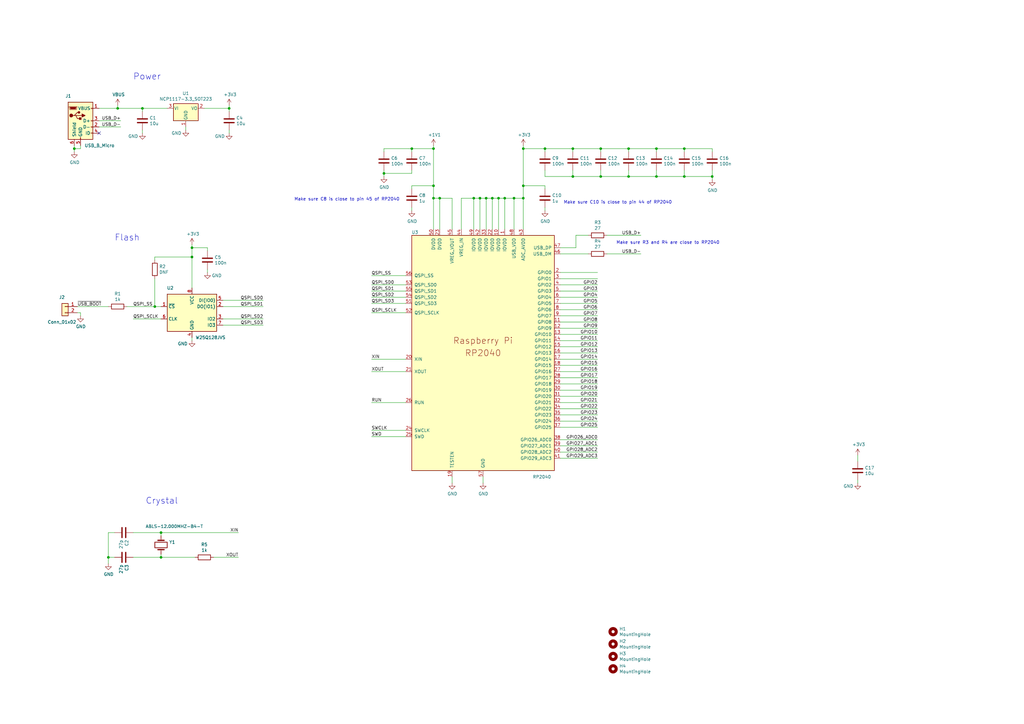
<source format=kicad_sch>
(kicad_sch (version 20211123) (generator eeschema)
  (paper "A3")
  (title_block (title "RP2040 Minimal Design Example") (date "2020-12-18") (rev "REV1") (company "Raspberry Pi (Trading) Ltd"))
  (lib_symbols
    (symbol "Connector_Generic:Conn_01x02" (pin_names (offset 1.016) hide)
      (property "Reference" "J" (at 0 2.54 0))
      (property "Value" "Conn_01x02" (at 0 -5.08 0))
      (symbol "Conn_01x02_1_1"
        (rectangle (start -1.27 -2.413) (end 0 -2.667) (stroke (width 0.1524)))
        (rectangle (start -1.27 0.127) (end 0 -0.127) (stroke (width 0.1524)))
        (rectangle (start -1.27 1.27) (end 1.27 -3.81) (stroke (width 0.254)) (fill (type background)))
        (pin passive line (at -5.08 0 0) (length 3.81) (name "Pin_1") (number "1"))
        (pin passive line (at -5.08 -2.54 0) (length 3.81) (name "Pin_2") (number "2"))
      )
    )
    (symbol "Device:C" (pin_numbers hide) (pin_names (offset 0.254))
      (property "Reference" "C" (at 0.635 2.54 0))
      (property "Value" "C" (at 0.635 -2.54 0))
      (symbol "C_0_1"
        (polyline (pts (xy -2.032 -0.762) (xy 2.032 -0.762)) (stroke (width 0.508)))
        (polyline (pts (xy -2.032 0.762) (xy 2.032 0.762)) (stroke (width 0.508)))
      )
      (symbol "C_1_1"
        (pin passive line (at 0 3.81 270) (length 2.794) (name "~") (number "1"))
        (pin passive line (at 0 -3.81 90) (length 2.794) (name "~") (number "2"))
      )
    )
    (symbol "Device:Crystal" (pin_numbers hide) (pin_names (offset 1.016) hide)
      (property "Reference" "Y" (at 0 3.81 0))
      (property "Value" "Crystal" (at 0 -3.81 0))
      (symbol "Crystal_0_1"
        (rectangle (start -1.143 2.54) (end 1.143 -2.54) (stroke (width 0.3048)))
        (polyline (pts (xy -2.54 0) (xy -1.905 0)))
        (polyline (pts (xy -1.905 -1.27) (xy -1.905 1.27)) (stroke (width 0.508)))
        (polyline (pts (xy 1.905 -1.27) (xy 1.905 1.27)) (stroke (width 0.508)))
        (polyline (pts (xy 2.54 0) (xy 1.905 0)))
      )
      (symbol "Crystal_1_1"
        (pin passive line (at -3.81 0 0) (length 1.27) (name "1") (number "1"))
        (pin passive line (at 3.81 0 180) (length 1.27) (name "2") (number "2"))
      )
    )
    (symbol "Device:R" (pin_numbers hide) (pin_names (offset 0))
      (property "Reference" "R" (at 2.032 0 90))
      (property "Value" "R" (at 0 0 90))
      (symbol "R_0_1"
        (rectangle (start -1.016 -2.54) (end 1.016 2.54) (stroke (width 0.254)))
      )
      (symbol "R_1_1"
        (pin passive line (at 0 3.81 270) (length 1.27) (name "~") (number "1"))
        (pin passive line (at 0 -3.81 90) (length 1.27) (name "~") (number "2"))
      )
    )
    (symbol "Mechanical:MountingHole" (pin_names (offset 1.016))
      (property "Reference" "H" (at 0 5.08 0))
      (property "Value" "MountingHole" (at 0 3.175 0))
      (symbol "MountingHole_0_1"
        (circle (center 0 0) (radius 1.27) (stroke (width 1.27)))
      )
    )
    (symbol "Memory_Flash:W25Q128JVS"
      (property "Reference" "U" (at -8.89 8.89 0))
      (property "Value" "W25Q128JVS" (at 7.62 8.89 0))
      (symbol "W25Q128JVS_0_1"
        (rectangle (start -10.16 7.62) (end 10.16 -7.62) (stroke (width 0.254)) (fill (type background)))
      )
      (symbol "W25Q128JVS_1_1"
        (pin input line (at -12.7 2.54 0) (length 2.54) (name "~{CS}") (number "1"))
        (pin bidirectional line (at 12.7 2.54 180) (length 2.54) (name "DO(IO1)") (number "2"))
        (pin bidirectional line (at 12.7 -2.54 180) (length 2.54) (name "IO2") (number "3"))
        (pin power_in line (at 0 -10.16 90) (length 2.54) (name "GND") (number "4"))
        (pin bidirectional line (at 12.7 5.08 180) (length 2.54) (name "DI(IO0)") (number "5"))
        (pin input line (at -12.7 -2.54 0) (length 2.54) (name "CLK") (number "6"))
        (pin bidirectional line (at 12.7 -5.08 180) (length 2.54) (name "IO3") (number "7"))
        (pin power_in line (at 0 10.16 270) (length 2.54) (name "VCC") (number "8"))
      )
    )
    (symbol "RP2040_minimal-rescue:RP2040-MCU_RaspberryPi_RP2040" (pin_names (offset 1.016))
      (property "Reference" "U" (at -29.21 49.53 0))
      (property "Value" "RP2040-MCU_RaspberryPi_RP2040" (at 24.13 -49.53 0))
      (symbol "RP2040-MCU_RaspberryPi_RP2040_0_0"
        (text "Raspberry Pi" (at 0 5.08 0) (effects (font (size 2.54 2.54))))
        (text "RP2040" (at 0 0 0) (effects (font (size 2.54 2.54))))
      )
      (symbol "RP2040-MCU_RaspberryPi_RP2040_0_1"
        (rectangle (start 29.21 48.26) (end -29.21 -48.26) (stroke (width 0.254)) (fill (type background)))
      )
      (symbol "RP2040-MCU_RaspberryPi_RP2040_1_1"
        (pin power_in line (at 8.89 50.8 270) (length 2.54) (name "IOVDD") (number "1"))
        (pin power_in line (at 6.35 50.8 270) (length 2.54) (name "IOVDD") (number "10"))
        (pin bidirectional line (at 31.75 12.7 180) (length 2.54) (name "GPIO8") (number "11"))
        (pin bidirectional line (at 31.75 10.16 180) (length 2.54) (name "GPIO9") (number "12"))
        (pin bidirectional line (at 31.75 7.62 180) (length 2.54) (name "GPIO10") (number "13"))
        (pin bidirectional line (at 31.75 5.08 180) (length 2.54) (name "GPIO11") (number "14"))
        (pin bidirectional line (at 31.75 2.54 180) (length 2.54) (name "GPIO12") (number "15"))
        (pin bidirectional line (at 31.75 0 180) (length 2.54) (name "GPIO13") (number "16"))
        (pin bidirectional line (at 31.75 -2.54 180) (length 2.54) (name "GPIO14") (number "17"))
        (pin bidirectional line (at 31.75 -5.08 180) (length 2.54) (name "GPIO15") (number "18"))
        (pin passive line (at -12.7 -50.8 90) (length 2.54) (name "TESTEN") (number "19"))
        (pin bidirectional line (at 31.75 33.02 180) (length 2.54) (name "GPIO0") (number "2"))
        (pin input line (at -31.75 -2.54 0) (length 2.54) (name "XIN") (number "20"))
        (pin passive line (at -31.75 -7.62 0) (length 2.54) (name "XOUT") (number "21"))
        (pin power_in line (at 3.81 50.8 270) (length 2.54) (name "IOVDD") (number "22"))
        (pin power_in line (at -17.78 50.8 270) (length 2.54) (name "DVDD") (number "23"))
        (pin output line (at -31.75 -31.75 0) (length 2.54) (name "SWCLK") (number "24"))
        (pin bidirectional line (at -31.75 -34.29 0) (length 2.54) (name "SWD") (number "25"))
        (pin input line (at -31.75 -20.32 0) (length 2.54) (name "RUN") (number "26"))
        (pin bidirectional line (at 31.75 -7.62 180) (length 2.54) (name "GPIO16") (number "27"))
        (pin bidirectional line (at 31.75 -10.16 180) (length 2.54) (name "GPIO17") (number "28"))
        (pin bidirectional line (at 31.75 -12.7 180) (length 2.54) (name "GPIO18") (number "29"))
        (pin bidirectional line (at 31.75 30.48 180) (length 2.54) (name "GPIO1") (number "3"))
        (pin bidirectional line (at 31.75 -15.24 180) (length 2.54) (name "GPIO19") (number "30"))
        (pin bidirectional line (at 31.75 -17.78 180) (length 2.54) (name "GPIO20") (number "31"))
        (pin bidirectional line (at 31.75 -20.32 180) (length 2.54) (name "GPIO21") (number "32"))
        (pin power_in line (at 1.27 50.8 270) (length 2.54) (name "IOVDD") (number "33"))
        (pin bidirectional line (at 31.75 -22.86 180) (length 2.54) (name "GPIO22") (number "34"))
        (pin bidirectional line (at 31.75 -25.4 180) (length 2.54) (name "GPIO23") (number "35"))
        (pin bidirectional line (at 31.75 -27.94 180) (length 2.54) (name "GPIO24") (number "36"))
        (pin bidirectional line (at 31.75 -30.48 180) (length 2.54) (name "GPIO25") (number "37"))
        (pin bidirectional line (at 31.75 -35.56 180) (length 2.54) (name "GPIO26_ADC0") (number "38"))
        (pin bidirectional line (at 31.75 -38.1 180) (length 2.54) (name "GPIO27_ADC1") (number "39"))
        (pin bidirectional line (at 31.75 27.94 180) (length 2.54) (name "GPIO2") (number "4"))
        (pin bidirectional line (at 31.75 -40.64 180) (length 2.54) (name "GPIO28_ADC2") (number "40"))
        (pin bidirectional line (at 31.75 -43.18 180) (length 2.54) (name "GPIO29_ADC3") (number "41"))
        (pin power_in line (at -1.27 50.8 270) (length 2.54) (name "IOVDD") (number "42"))
        (pin power_in line (at 16.51 50.8 270) (length 2.54) (name "ADC_AVDD") (number "43"))
        (pin power_in line (at -8.89 50.8 270) (length 2.54) (name "VREG_IN") (number "44"))
        (pin power_out line (at -12.7 50.8 270) (length 2.54) (name "VREG_VOUT") (number "45"))
        (pin bidirectional line (at 31.75 40.64 180) (length 2.54) (name "USB_DM") (number "46"))
        (pin bidirectional line (at 31.75 43.18 180) (length 2.54) (name "USB_DP") (number "47"))
        (pin power_in line (at 12.7 50.8 270) (length 2.54) (name "USB_VDD") (number "48"))
        (pin power_in line (at -3.81 50.8 270) (length 2.54) (name "IOVDD") (number "49"))
        (pin bidirectional line (at 31.75 25.4 180) (length 2.54) (name "GPIO3") (number "5"))
        (pin power_in line (at -20.32 50.8 270) (length 2.54) (name "DVDD") (number "50"))
        (pin bidirectional line (at -31.75 20.32 0) (length 2.54) (name "QSPI_SD3") (number "51"))
        (pin output line (at -31.75 16.51 0) (length 2.54) (name "QSPI_SCLK") (number "52"))
        (pin bidirectional line (at -31.75 27.94 0) (length 2.54) (name "QSPI_SD0") (number "53"))
        (pin bidirectional line (at -31.75 22.86 0) (length 2.54) (name "QSPI_SD2") (number "54"))
        (pin bidirectional line (at -31.75 25.4 0) (length 2.54) (name "QSPI_SD1") (number "55"))
        (pin bidirectional line (at -31.75 31.75 0) (length 2.54) (name "QSPI_SS") (number "56"))
        (pin power_in line (at 0 -50.8 90) (length 2.54) (name "GND") (number "57"))
        (pin bidirectional line (at 31.75 22.86 180) (length 2.54) (name "GPIO4") (number "6"))
        (pin bidirectional line (at 31.75 20.32 180) (length 2.54) (name "GPIO5") (number "7"))
        (pin bidirectional line (at 31.75 17.78 180) (length 2.54) (name "GPIO6") (number "8"))
        (pin bidirectional line (at 31.75 15.24 180) (length 2.54) (name "GPIO7") (number "9"))
      )
    )
    (symbol "RP2040_minimal-rescue:USB_B_Micro-Connector" (pin_names (offset 1.016))
      (property "Reference" "J" (at -5.08 11.43 0))
      (property "Value" "USB_B_Micro-Connector" (at -5.08 8.89 0))
      (symbol "USB_B_Micro-Connector_0_1"
        (rectangle (start -5.08 -7.62) (end 5.08 7.62) (stroke (width 0.254)) (fill (type background)))
        (circle (center -3.81 2.159) (radius 0.635) (stroke (width 0.254)) (fill (type outline)))
        (circle (center -0.635 3.429) (radius 0.381) (stroke (width 0.254)) (fill (type outline)))
        (rectangle (start -0.127 -7.62) (end 0.127 -6.858))
        (polyline (pts (xy -1.905 2.159) (xy 0.635 2.159)) (stroke (width 0.254)))
        (polyline (pts (xy -3.175 2.159) (xy -2.54 2.159) (xy -1.27 3.429) (xy -0.635 3.429)) (stroke (width 0.254)))
        (polyline (pts (xy -2.54 2.159) (xy -1.905 2.159) (xy -1.27 0.889) (xy 0 0.889)) (stroke (width 0.254)))
        (polyline (pts (xy 0.635 2.794) (xy 0.635 1.524) (xy 1.905 2.159) (xy 0.635 2.794)) (stroke (width 0.254)) (fill (type outline)))
        (polyline (pts (xy -4.318 5.588) (xy -1.778 5.588) (xy -2.032 4.826) (xy -4.064 4.826) (xy -4.318 5.588)) (fill (type outline)))
        (polyline (pts (xy -4.699 5.842) (xy -4.699 5.588) (xy -4.445 4.826) (xy -4.445 4.572) (xy -1.651 4.572) (xy -1.651 4.826) (xy -1.397 5.588) (xy -1.397 5.842) (xy -4.699 5.842)))
        (rectangle (start 0.254 1.27) (end -0.508 0.508) (stroke (width 0.254)) (fill (type outline)))
        (rectangle (start 5.08 -5.207) (end 4.318 -4.953))
        (rectangle (start 5.08 -2.667) (end 4.318 -2.413))
        (rectangle (start 5.08 -0.127) (end 4.318 0.127))
        (rectangle (start 5.08 4.953) (end 4.318 5.207))
      )
      (symbol "USB_B_Micro-Connector_1_1"
        (pin power_out line (at 7.62 5.08 180) (length 2.54) (name "VBUS") (number "1"))
        (pin passive line (at 7.62 -2.54 180) (length 2.54) (name "D-") (number "2"))
        (pin passive line (at 7.62 0 180) (length 2.54) (name "D+") (number "3"))
        (pin passive line (at 7.62 -5.08 180) (length 2.54) (name "ID") (number "4"))
        (pin power_out line (at 0 -10.16 90) (length 2.54) (name "GND") (number "5"))
        (pin passive line (at -2.54 -10.16 90) (length 2.54) (name "Shield") (number "6"))
      )
    )
    (symbol "Regulator_Linear:NCP1117-3.3_SOT223" (pin_names (offset 0.254))
      (property "Reference" "U" (at -3.81 3.175 0))
      (property "Value" "NCP1117-3.3_SOT223" (at 0 3.175 0))
      (symbol "NCP1117-3.3_SOT223_0_1"
        (rectangle (start -5.08 -5.08) (end 5.08 1.905) (stroke (width 0.254)) (fill (type background)))
      )
      (symbol "NCP1117-3.3_SOT223_1_1"
        (pin power_in line (at 0 -7.62 90) (length 2.54) (name "GND") (number "1"))
        (pin power_out line (at 7.62 0 180) (length 2.54) (name "VO") (number "2"))
        (pin power_in line (at -7.62 0 0) (length 2.54) (name "VI") (number "3"))
      )
    )
    (symbol "power:+1V1" (power) (pin_names (offset 0))
      (property "Value" "+1V1" (at 0 3.556 0))
      (symbol "+1V1_0_1"
        (polyline (pts (xy -0.762 1.27) (xy 0 2.54)))
        (polyline (pts (xy 0 0) (xy 0 2.54)))
        (polyline (pts (xy 0 2.54) (xy 0.762 1.27)))
      )
      (symbol "+1V1_1_1"
        (pin power_in line (at 0 0 90) (length 0) hide (name "+1V1") (number "1"))
      )
    )
    (symbol "power:+3V3" (power) (pin_names (offset 0))
      (property "Value" "+3V3" (at 0 3.556 0))
      (symbol "+3V3_0_1"
        (polyline (pts (xy -0.762 1.27) (xy 0 2.54)))
        (polyline (pts (xy 0 0) (xy 0 2.54)))
        (polyline (pts (xy 0 2.54) (xy 0.762 1.27)))
      )
      (symbol "+3V3_1_1"
        (pin power_in line (at 0 0 90) (length 0) hide (name "+3V3") (number "1"))
      )
    )
    (symbol "power:GND" (power) (pin_names (offset 0))
      (property "Value" "GND" (at 0 -3.81 0))
      (symbol "GND_0_1"
        (polyline (pts (xy 0 0) (xy 0 -1.27) (xy 1.27 -1.27) (xy 0 -2.54) (xy -1.27 -1.27) (xy 0 -1.27)))
      )
      (symbol "GND_1_1"
        (pin power_in line (at 0 0 270) (length 0) hide (name "GND") (number "1"))
      )
    )
    (symbol "power:VBUS" (power) (pin_names (offset 0))
      (property "Value" "VBUS" (at 0 3.81 0))
      (symbol "VBUS_0_1"
        (polyline (pts (xy -0.762 1.27) (xy 0 2.54)))
        (polyline (pts (xy 0 0) (xy 0 2.54)))
        (polyline (pts (xy 0 2.54) (xy 0.762 1.27)))
      )
      (symbol "VBUS_1_1"
        (pin power_in line (at 0 0 90) (length 0) hide (name "VBUS") (number "1"))
      )
    )
  )
  (junction (at 269.24 60.96))
  (junction (at 58.42 44.45))
  (junction (at 44.45 228.6))
  (junction (at 204.47 81.28))
  (junction (at 257.81 72.39))
  (junction (at 63.5 125.73))
  (junction (at 194.31 81.28))
  (junction (at 214.63 81.28))
  (junction (at 177.8 76.2))
  (junction (at 78.74 105.41))
  (junction (at 93.98 44.45))
  (junction (at 246.38 72.39))
  (junction (at 177.8 60.96))
  (junction (at 66.04 218.44))
  (junction (at 269.24 72.39))
  (junction (at 234.95 72.39))
  (junction (at 207.01 81.28))
  (junction (at 78.74 101.6))
  (junction (at 214.63 76.2))
  (junction (at 234.95 60.96))
  (junction (at 180.34 81.28))
  (junction (at 280.67 72.39))
  (junction (at 199.39 81.28))
  (junction (at 201.93 81.28))
  (junction (at 257.81 60.96))
  (junction (at 177.8 81.28))
  (junction (at 196.85 81.28))
  (junction (at 223.52 60.96))
  (junction (at 214.63 60.96))
  (junction (at 280.67 60.96))
  (junction (at 66.04 228.6))
  (junction (at 48.26 44.45))
  (junction (at 292.1 72.39))
  (junction (at 157.48 71.12))
  (junction (at 30.48 60.96))
  (junction (at 246.38 60.96))
  (junction (at 168.91 60.96))
  (junction (at 210.82 81.28))
  (no_connect (at 40.64 54.61))
  (wire (pts (xy 269.24 72.39) (xy 257.81 72.39)))
  (wire (pts (xy 223.52 62.23) (xy 223.52 60.96)))
  (wire (pts (xy 166.37 128.27) (xy 152.4 128.27)))
  (wire (pts (xy 229.87 170.18) (xy 245.11 170.18)))
  (wire (pts (xy 229.87 104.14) (xy 241.3 104.14)))
  (wire (pts (xy 229.87 144.78) (xy 245.11 144.78)))
  (wire (pts (xy 31.75 128.27) (xy 33.02 128.27)))
  (wire (pts (xy 236.22 96.52) (xy 241.3 96.52)))
  (wire (pts (xy 85.09 101.6) (xy 78.74 101.6)))
  (wire (pts (xy 63.5 125.73) (xy 66.04 125.73)))
  (wire (pts (xy 257.81 69.85) (xy 257.81 72.39)))
  (wire (pts (xy 236.22 96.52) (xy 236.22 101.6)))
  (wire (pts (xy 168.91 60.96) (xy 177.8 60.96)))
  (wire (pts (xy 204.47 81.28) (xy 207.01 81.28)))
  (wire (pts (xy 214.63 76.2) (xy 223.52 76.2)))
  (wire (pts (xy 44.45 218.44) (xy 44.45 228.6)))
  (wire (pts (xy 234.95 69.85) (xy 234.95 72.39)))
  (wire (pts (xy 229.87 147.32) (xy 245.11 147.32)))
  (wire (pts (xy 63.5 105.41) (xy 78.74 105.41)))
  (wire (pts (xy 85.09 102.87) (xy 85.09 101.6)))
  (wire (pts (xy 196.85 93.98) (xy 196.85 81.28)))
  (wire (pts (xy 152.4 121.92) (xy 166.37 121.92)))
  (wire (pts (xy 157.48 62.23) (xy 157.48 60.96)))
  (wire (pts (xy 30.48 60.96) (xy 30.48 62.23)))
  (wire (pts (xy 166.37 152.4) (xy 152.4 152.4)))
  (wire (pts (xy 66.04 227.33) (xy 66.04 228.6)))
  (wire (pts (xy 280.67 60.96) (xy 292.1 60.96)))
  (wire (pts (xy 189.23 93.98) (xy 189.23 81.28)))
  (wire (pts (xy 166.37 176.53) (xy 152.4 176.53)))
  (wire (pts (xy 78.74 138.43) (xy 78.74 139.7)))
  (wire (pts (xy 168.91 77.47) (xy 168.91 76.2)))
  (wire (pts (xy 207.01 81.28) (xy 210.82 81.28)))
  (wire (pts (xy 229.87 160.02) (xy 245.11 160.02)))
  (wire (pts (xy 63.5 106.68) (xy 63.5 105.41)))
  (wire (pts (xy 229.87 124.46) (xy 245.11 124.46)))
  (wire (pts (xy 269.24 60.96) (xy 280.67 60.96)))
  (wire (pts (xy 46.99 218.44) (xy 44.45 218.44)))
  (wire (pts (xy 91.44 123.19) (xy 107.95 123.19)))
  (wire (pts (xy 207.01 81.28) (xy 207.01 93.98)))
  (wire (pts (xy 68.58 44.45) (xy 58.42 44.45)))
  (wire (pts (xy 229.87 172.72) (xy 245.11 172.72)))
  (wire (pts (xy 58.42 45.72) (xy 58.42 44.45)))
  (wire (pts (xy 229.87 182.88) (xy 245.11 182.88)))
  (wire (pts (xy 93.98 45.72) (xy 93.98 44.45)))
  (wire (pts (xy 91.44 133.35) (xy 107.95 133.35)))
  (wire (pts (xy 229.87 132.08) (xy 245.11 132.08)))
  (wire (pts (xy 229.87 167.64) (xy 245.11 167.64)))
  (wire (pts (xy 157.48 71.12) (xy 168.91 71.12)))
  (wire (pts (xy 210.82 81.28) (xy 214.63 81.28)))
  (wire (pts (xy 180.34 81.28) (xy 177.8 81.28)))
  (wire (pts (xy 214.63 59.69) (xy 214.63 60.96)))
  (wire (pts (xy 66.04 218.44) (xy 97.79 218.44)))
  (wire (pts (xy 229.87 149.86) (xy 245.11 149.86)))
  (wire (pts (xy 280.67 62.23) (xy 280.67 60.96)))
  (wire (pts (xy 166.37 113.03) (xy 152.4 113.03)))
  (wire (pts (xy 246.38 69.85) (xy 246.38 72.39)))
  (wire (pts (xy 229.87 162.56) (xy 245.11 162.56)))
  (wire (pts (xy 257.81 72.39) (xy 246.38 72.39)))
  (wire (pts (xy 93.98 53.34) (xy 93.98 54.61)))
  (wire (pts (xy 33.02 59.69) (xy 33.02 60.96)))
  (wire (pts (xy 44.45 125.73) (xy 31.75 125.73)))
  (wire (pts (xy 280.67 69.85) (xy 280.67 72.39)))
  (wire (pts (xy 166.37 165.1) (xy 152.4 165.1)))
  (wire (pts (xy 214.63 81.28) (xy 214.63 93.98)))
  (wire (pts (xy 229.87 137.16) (xy 245.11 137.16)))
  (wire (pts (xy 204.47 93.98) (xy 204.47 81.28)))
  (wire (pts (xy 229.87 129.54) (xy 245.11 129.54)))
  (wire (pts (xy 168.91 85.09) (xy 168.91 86.36)))
  (wire (pts (xy 229.87 119.38) (xy 245.11 119.38)))
  (wire (pts (xy 157.48 69.85) (xy 157.48 71.12)))
  (wire (pts (xy 229.87 165.1) (xy 245.11 165.1)))
  (wire (pts (xy 40.64 49.53) (xy 49.53 49.53)))
  (wire (pts (xy 40.64 44.45) (xy 48.26 44.45)))
  (wire (pts (xy 292.1 69.85) (xy 292.1 72.39)))
  (wire (pts (xy 214.63 60.96) (xy 223.52 60.96)))
  (wire (pts (xy 201.93 81.28) (xy 204.47 81.28)))
  (wire (pts (xy 234.95 60.96) (xy 246.38 60.96)))
  (wire (pts (xy 152.4 116.84) (xy 166.37 116.84)))
  (wire (pts (xy 78.74 105.41) (xy 78.74 118.11)))
  (wire (pts (xy 87.63 228.6) (xy 97.79 228.6)))
  (wire (pts (xy 223.52 69.85) (xy 223.52 72.39)))
  (wire (pts (xy 63.5 114.3) (xy 63.5 125.73)))
  (wire (pts (xy 152.4 147.32) (xy 166.37 147.32)))
  (wire (pts (xy 76.2 52.07) (xy 76.2 53.34)))
  (wire (pts (xy 246.38 62.23) (xy 246.38 60.96)))
  (wire (pts (xy 33.02 128.27) (xy 33.02 129.54)))
  (wire (pts (xy 157.48 71.12) (xy 157.48 72.39)))
  (wire (pts (xy 199.39 93.98) (xy 199.39 81.28)))
  (wire (pts (xy 152.4 124.46) (xy 166.37 124.46)))
  (wire (pts (xy 229.87 121.92) (xy 245.11 121.92)))
  (wire (pts (xy 189.23 81.28) (xy 194.31 81.28)))
  (wire (pts (xy 196.85 81.28) (xy 199.39 81.28)))
  (wire (pts (xy 185.42 195.58) (xy 185.42 198.12)))
  (wire (pts (xy 199.39 81.28) (xy 201.93 81.28)))
  (wire (pts (xy 78.74 101.6) (xy 78.74 105.41)))
  (wire (pts (xy 198.12 195.58) (xy 198.12 198.12)))
  (wire (pts (xy 177.8 59.69) (xy 177.8 60.96)))
  (wire (pts (xy 185.42 81.28) (xy 180.34 81.28)))
  (wire (pts (xy 234.95 62.23) (xy 234.95 60.96)))
  (wire (pts (xy 83.82 44.45) (xy 93.98 44.45)))
  (wire (pts (xy 54.61 130.81) (xy 66.04 130.81)))
  (wire (pts (xy 280.67 72.39) (xy 269.24 72.39)))
  (wire (pts (xy 248.92 96.52) (xy 262.89 96.52)))
  (wire (pts (xy 257.81 62.23) (xy 257.81 60.96)))
  (wire (pts (xy 93.98 44.45) (xy 93.98 43.18)))
  (wire (pts (xy 210.82 93.98) (xy 210.82 81.28)))
  (wire (pts (xy 30.48 59.69) (xy 30.48 60.96)))
  (wire (pts (xy 168.91 76.2) (xy 177.8 76.2)))
  (wire (pts (xy 168.91 62.23) (xy 168.91 60.96)))
  (wire (pts (xy 78.74 100.33) (xy 78.74 101.6)))
  (wire (pts (xy 223.52 77.47) (xy 223.52 76.2)))
  (wire (pts (xy 229.87 175.26) (xy 245.11 175.26)))
  (wire (pts (xy 229.87 157.48) (xy 245.11 157.48)))
  (wire (pts (xy 166.37 179.07) (xy 152.4 179.07)))
  (wire (pts (xy 292.1 62.23) (xy 292.1 60.96)))
  (wire (pts (xy 229.87 116.84) (xy 245.11 116.84)))
  (wire (pts (xy 48.26 44.45) (xy 58.42 44.45)))
  (wire (pts (xy 229.87 154.94) (xy 245.11 154.94)))
  (wire (pts (xy 292.1 72.39) (xy 292.1 73.66)))
  (wire (pts (xy 229.87 152.4) (xy 245.11 152.4)))
  (wire (pts (xy 177.8 81.28) (xy 177.8 93.98)))
  (wire (pts (xy 54.61 218.44) (xy 66.04 218.44)))
  (wire (pts (xy 229.87 187.96) (xy 245.11 187.96)))
  (wire (pts (xy 280.67 72.39) (xy 292.1 72.39)))
  (wire (pts (xy 246.38 60.96) (xy 257.81 60.96)))
  (wire (pts (xy 85.09 110.49) (xy 85.09 111.76)))
  (wire (pts (xy 54.61 228.6) (xy 66.04 228.6)))
  (wire (pts (xy 168.91 71.12) (xy 168.91 69.85)))
  (wire (pts (xy 194.31 93.98) (xy 194.31 81.28)))
  (wire (pts (xy 229.87 114.3) (xy 245.11 114.3)))
  (wire (pts (xy 66.04 228.6) (xy 80.01 228.6)))
  (wire (pts (xy 248.92 104.14) (xy 262.89 104.14)))
  (wire (pts (xy 229.87 101.6) (xy 236.22 101.6)))
  (wire (pts (xy 177.8 60.96) (xy 177.8 76.2)))
  (wire (pts (xy 201.93 93.98) (xy 201.93 81.28)))
  (wire (pts (xy 194.31 81.28) (xy 196.85 81.28)))
  (wire (pts (xy 214.63 60.96) (xy 214.63 76.2)))
  (wire (pts (xy 257.81 60.96) (xy 269.24 60.96)))
  (wire (pts (xy 229.87 127) (xy 245.11 127)))
  (wire (pts (xy 229.87 185.42) (xy 245.11 185.42)))
  (wire (pts (xy 229.87 134.62) (xy 245.11 134.62)))
  (wire (pts (xy 229.87 139.7) (xy 245.11 139.7)))
  (wire (pts (xy 48.26 43.18) (xy 48.26 44.45)))
  (wire (pts (xy 246.38 72.39) (xy 234.95 72.39)))
  (wire (pts (xy 229.87 180.34) (xy 245.11 180.34)))
  (wire (pts (xy 180.34 93.98) (xy 180.34 81.28)))
  (wire (pts (xy 269.24 62.23) (xy 269.24 60.96)))
  (wire (pts (xy 46.99 228.6) (xy 44.45 228.6)))
  (wire (pts (xy 44.45 228.6) (xy 44.45 231.14)))
  (wire (pts (xy 214.63 76.2) (xy 214.63 81.28)))
  (wire (pts (xy 229.87 142.24) (xy 245.11 142.24)))
  (wire (pts (xy 66.04 219.71) (xy 66.04 218.44)))
  (wire (pts (xy 229.87 111.76) (xy 245.11 111.76)))
  (wire (pts (xy 33.02 60.96) (xy 30.48 60.96)))
  (wire (pts (xy 234.95 72.39) (xy 223.52 72.39)))
  (wire (pts (xy 152.4 119.38) (xy 166.37 119.38)))
  (wire (pts (xy 40.64 52.07) (xy 49.53 52.07)))
  (wire (pts (xy 58.42 53.34) (xy 58.42 54.61)))
  (wire (pts (xy 223.52 60.96) (xy 234.95 60.96)))
  (wire (pts (xy 52.07 125.73) (xy 63.5 125.73)))
  (wire (pts (xy 157.48 60.96) (xy 168.91 60.96)))
  (wire (pts (xy 351.79 196.85) (xy 351.79 198.12)))
  (wire (pts (xy 351.79 186.69) (xy 351.79 189.23)))
  (wire (pts (xy 91.44 125.73) (xy 107.95 125.73)))
  (wire (pts (xy 177.8 76.2) (xy 177.8 81.28)))
  (wire (pts (xy 185.42 93.98) (xy 185.42 81.28)))
  (wire (pts (xy 91.44 130.81) (xy 107.95 130.81)))
  (wire (pts (xy 223.52 85.09) (xy 223.52 86.36)))
  (wire (pts (xy 269.24 69.85) (xy 269.24 72.39)))
  (text "Flash" (at 46.99 99.06 0) (effects (font (size 2.54 2.54)) (justify left bottom)))
  (text "Make sure C10 is close to pin 44 of RP2040" (at 231.14 83.82 0) (effects (font (size 1.27 1.27)) (justify left bottom)))
  (text "Make sure R3 and R4 are close to RP2040" (at 252.73 100.33 0) (effects (font (size 1.27 1.27)) (justify left bottom)))
  (text "Crystal" (at 59.69 207.01 0) (effects (font (size 2.54 2.54)) (justify left bottom)))
  (text "Power" (at 54.61 33.02 0) (effects (font (size 2.54 2.54)) (justify left bottom)))
  (text "Make sure C8 is close to pin 45 of RP2040" (at 120.65 82.55 0) (effects (font (size 1.27 1.27)) (justify left bottom)))
  (label "GPIO28_ADC2" (at 245.11 185.42 180))
  (label "GPIO5" (at 245.11 124.46 180))
  (label "QSPI_SD1" (at 152.4 119.38 0))
  (label "GPIO27_ADC1" (at 245.11 182.88 180))
  (label "SWCLK" (at 152.4 176.53 0))
  (label "GPIO22" (at 245.11 167.64 180))
  (label "GPIO17" (at 245.11 154.94 180))
  (label "SWD" (at 152.4 179.07 0))
  (label "GPIO4" (at 245.11 121.92 180))
  (label "GPIO11" (at 245.11 139.7 180))
  (label "GPIO3" (at 245.11 119.38 180))
  (label "GPIO29_ADC3" (at 245.11 187.96 180))
  (label "QSPI_SS" (at 54.61 125.73 0))
  (label "QSPI_SD0" (at 152.4 116.84 0))
  (label "GPIO23" (at 245.11 170.18 180))
  (label "GPIO21" (at 245.11 165.1 180))
  (label "QSPI_SD3" (at 107.95 133.35 180))
  (label "QSPI_SCLK" (at 54.61 130.81 0))
  (label "GPIO24" (at 245.11 172.72 180))
  (label "~{USB_BOOT}" (at 31.75 125.73 0))
  (label "GPIO8" (at 245.11 132.08 180))
  (label "GPIO26_ADC0" (at 245.11 180.34 180))
  (label "QSPI_SD1" (at 107.95 125.73 180))
  (label "GPIO20" (at 245.11 162.56 180))
  (label "GPIO18" (at 245.11 157.48 180))
  (label "GPIO15" (at 245.11 149.86 180))
  (label "USB_D+" (at 262.89 96.52 180))
  (label "RUN" (at 152.4 165.1 0))
  (label "GPIO14" (at 245.11 147.32 180))
  (label "XOUT" (at 97.79 228.6 180))
  (label "GPIO16" (at 245.11 152.4 180))
  (label "XOUT" (at 152.4 152.4 0))
  (label "GPIO10" (at 245.11 137.16 180))
  (label "QSPI_SS" (at 152.4 113.03 0))
  (label "GPIO6" (at 245.11 127 180))
  (label "QSPI_SD0" (at 107.95 123.19 180))
  (label "GPIO12" (at 245.11 142.24 180))
  (label "XIN" (at 97.79 218.44 180))
  (label "XIN" (at 152.4 147.32 0))
  (label "USB_D-" (at 49.53 52.07 180))
  (label "GPIO9" (at 245.11 134.62 180))
  (label "QSPI_SD3" (at 152.4 124.46 0))
  (label "QSPI_SCLK" (at 152.4 128.27 0))
  (label "GPIO2" (at 245.11 116.84 180))
  (label "GPIO13" (at 245.11 144.78 180))
  (label "GPIO7" (at 245.11 129.54 180))
  (label "QSPI_SD2" (at 107.95 130.81 180))
  (label "GPIO19" (at 245.11 160.02 180))
  (label "GPIO25" (at 245.11 175.26 180))
  (label "USB_D-" (at 262.89 104.14 180))
  (label "USB_D+" (at 49.53 49.53 180))
  (label "QSPI_SD2" (at 152.4 121.92 0))
  (symbol (lib_id "RP2040_minimal-rescue:RP2040-MCU_RaspberryPi_RP2040") (at 198.12 144.78 0) (unit 1)
    (property "Reference" "U3" (at 170.18 95.25 0))
    (property "Value" "RP2040" (at 222.25 195.58 0))
    (property "Footprint" "RP2040_minimal:RP2040-QFN-56" (effects hide))
  )
  (symbol (lib_id "Device:C") (at 50.8 218.44 270) (unit 1)
    (property "Reference" "C2" (at 51.9684 221.361 0) (effects (justify left)))
    (property "Value" "27p" (at 49.657 221.361 0) (effects (justify left)))
    (property "Footprint" "Capacitor_SMD:C_0402_1005Metric" (effects hide))
  )
  (symbol (lib_id "Device:C") (at 50.8 228.6 270) (unit 1)
    (property "Reference" "C3" (at 51.9684 231.521 0) (effects (justify left)))
    (property "Value" "27p" (at 49.657 231.521 0) (effects (justify left)))
    (property "Footprint" "Capacitor_SMD:C_0402_1005Metric" (effects hide))
  )
  (symbol (lib_id "power:GND") (at 44.45 231.14 0) (unit 1)
    (property "Reference" "#PWR06" (effects hide))
    (property "Value" "GND" (at 44.577 235.5342 0))
  )
  (symbol (lib_id "Memory_Flash:W25Q128JVS") (at 78.74 128.27 0) (unit 1)
    (property "Reference" "U2" (at 69.85 118.11 0))
    (property "Value" "W25Q128JVS" (at 86.36 138.43 0))
    (property "Footprint" "Package_SO:SOIC-8_5.23x5.23mm_P1.27mm" (effects hide))
    (property "Datasheet" "http://www.winbond.com/resource-files/w25q128jv_dtr%20revc%2003272018%20plus.pdf" (effects hide))
  )
  (symbol (lib_id "power:+3V3") (at 78.74 100.33 0) (unit 1)
    (property "Reference" "#PWR07" (effects hide))
    (property "Value" "+3V3" (at 79.121 95.9358 0))
  )
  (symbol (lib_id "power:GND") (at 78.74 139.7 0) (unit 1)
    (property "Reference" "#PWR08" (effects hide))
    (property "Value" "GND" (at 74.93 140.97 0))
  )
  (symbol (lib_id "Device:R") (at 63.5 110.49 0) (unit 1)
    (property "Reference" "R2" (at 65.278 109.3216 0) (effects (justify left)))
    (property "Value" "DNF" (at 65.278 111.633 0) (effects (justify left)))
    (property "Footprint" "Capacitor_SMD:C_0402_1005Metric" (effects hide))
  )
  (symbol (lib_id "Device:R") (at 48.26 125.73 270) (unit 1)
    (property "Reference" "R1" (at 48.26 120.4722 90))
    (property "Value" "1k" (at 48.26 122.7836 90))
    (property "Footprint" "Capacitor_SMD:C_0402_1005Metric" (effects hide))
  )
  (symbol (lib_id "Device:C") (at 85.09 106.68 0) (unit 1)
    (property "Reference" "C5" (at 88.011 105.5116 0) (effects (justify left)))
    (property "Value" "100n" (at 88.011 107.823 0) (effects (justify left)))
    (property "Footprint" "Capacitor_SMD:C_0402_1005Metric" (effects hide))
  )
  (symbol (lib_id "power:GND") (at 85.09 111.76 0) (unit 1)
    (property "Reference" "#PWR011" (effects hide))
    (property "Value" "GND" (at 88.9 113.03 0))
  )
  (symbol (lib_id "RP2040_minimal-rescue:USB_B_Micro-Connector") (at 33.02 49.53 0) (unit 1)
    (property "Reference" "J1" (at 29.21 39.37 0) (effects (justify right)))
    (property "Value" "USB_B_Micro" (at 46.99 59.69 0) (effects (justify right)))
    (property "Footprint" "RP2040_minimal:USB_Micro-B_Amphenol_10103594-0001LF_Horizontal_modified" (effects hide))
  )
  (symbol (lib_id "power:GND") (at 198.12 198.12 0) (unit 1)
    (property "Reference" "#PWR016" (effects hide))
    (property "Value" "GND" (at 198.247 202.5142 0))
  )
  (symbol (lib_id "power:GND") (at 185.42 198.12 0) (unit 1)
    (property "Reference" "#PWR015" (effects hide))
    (property "Value" "GND" (at 185.547 202.5142 0))
  )
  (symbol (lib_id "Device:R") (at 245.11 96.52 270) (unit 1)
    (property "Reference" "R3" (at 245.11 91.2622 90))
    (property "Value" "27" (at 245.11 93.5736 90))
    (property "Footprint" "Capacitor_SMD:C_0402_1005Metric" (effects hide))
  )
  (symbol (lib_id "Device:R") (at 245.11 104.14 270) (unit 1)
    (property "Reference" "R4" (at 245.11 98.8822 90))
    (property "Value" "27" (at 245.11 101.1936 90))
    (property "Footprint" "Capacitor_SMD:C_0402_1005Metric" (effects hide))
  )
  (symbol (lib_id "power:GND") (at 30.48 62.23 0) (unit 1)
    (property "Reference" "#PWR01" (effects hide))
    (property "Value" "GND" (at 30.607 66.6242 0))
  )
  (symbol (lib_id "power:+3V3") (at 214.63 59.69 0) (unit 1)
    (property "Reference" "#PWR017" (effects hide))
    (property "Value" "+3V3" (at 215.011 55.2958 0))
  )
  (symbol (lib_id "power:+1V1") (at 177.8 59.69 0) (unit 1)
    (property "Reference" "#PWR014" (effects hide))
    (property "Value" "+1V1" (at 178.181 55.2958 0))
  )
  (symbol (lib_id "Device:C") (at 223.52 66.04 0) (unit 1)
    (property "Reference" "C9" (at 226.441 64.8716 0) (effects (justify left)))
    (property "Value" "100n" (at 226.441 67.183 0) (effects (justify left)))
    (property "Footprint" "Capacitor_SMD:C_0402_1005Metric" (effects hide))
  )
  (symbol (lib_id "Device:C") (at 234.95 66.04 0) (unit 1)
    (property "Reference" "C11" (at 237.871 64.8716 0) (effects (justify left)))
    (property "Value" "100n" (at 237.871 67.183 0) (effects (justify left)))
    (property "Footprint" "Capacitor_SMD:C_0402_1005Metric" (effects hide))
  )
  (symbol (lib_id "Device:C") (at 246.38 66.04 0) (unit 1)
    (property "Reference" "C12" (at 249.301 64.8716 0) (effects (justify left)))
    (property "Value" "100n" (at 249.301 67.183 0) (effects (justify left)))
    (property "Footprint" "Capacitor_SMD:C_0402_1005Metric" (effects hide))
  )
  (symbol (lib_id "Device:C") (at 257.81 66.04 0) (unit 1)
    (property "Reference" "C13" (at 260.731 64.8716 0) (effects (justify left)))
    (property "Value" "100n" (at 260.731 67.183 0) (effects (justify left)))
    (property "Footprint" "Capacitor_SMD:C_0402_1005Metric" (effects hide))
  )
  (symbol (lib_id "Device:C") (at 269.24 66.04 0) (unit 1)
    (property "Reference" "C14" (at 272.161 64.8716 0) (effects (justify left)))
    (property "Value" "100n" (at 272.161 67.183 0) (effects (justify left)))
    (property "Footprint" "Capacitor_SMD:C_0402_1005Metric" (effects hide))
  )
  (symbol (lib_id "Device:C") (at 280.67 66.04 0) (unit 1)
    (property "Reference" "C15" (at 283.591 64.8716 0) (effects (justify left)))
    (property "Value" "100n" (at 283.591 67.183 0) (effects (justify left)))
    (property "Footprint" "Capacitor_SMD:C_0402_1005Metric" (effects hide))
  )
  (symbol (lib_id "Device:C") (at 292.1 66.04 0) (unit 1)
    (property "Reference" "C16" (at 295.021 64.8716 0) (effects (justify left)))
    (property "Value" "100n" (at 295.021 67.183 0) (effects (justify left)))
    (property "Footprint" "Capacitor_SMD:C_0402_1005Metric" (effects hide))
  )
  (symbol (lib_id "Device:C") (at 157.48 66.04 0) (unit 1)
    (property "Reference" "C6" (at 160.401 64.8716 0) (effects (justify left)))
    (property "Value" "100n" (at 160.401 67.183 0) (effects (justify left)))
    (property "Footprint" "Capacitor_SMD:C_0402_1005Metric" (effects hide))
  )
  (symbol (lib_id "Device:C") (at 168.91 66.04 0) (unit 1)
    (property "Reference" "C7" (at 171.831 64.8716 0) (effects (justify left)))
    (property "Value" "100n" (at 171.831 67.183 0) (effects (justify left)))
    (property "Footprint" "Capacitor_SMD:C_0402_1005Metric" (effects hide))
  )
  (symbol (lib_id "Device:C") (at 168.91 81.28 0) (unit 1)
    (property "Reference" "C8" (at 171.831 80.1116 0) (effects (justify left)))
    (property "Value" "1u" (at 171.831 82.423 0) (effects (justify left)))
    (property "Footprint" "Capacitor_SMD:C_0402_1005Metric" (effects hide))
  )
  (symbol (lib_id "Device:C") (at 223.52 81.28 0) (unit 1)
    (property "Reference" "C10" (at 226.441 80.1116 0) (effects (justify left)))
    (property "Value" "1u" (at 226.441 82.423 0) (effects (justify left)))
    (property "Footprint" "Capacitor_SMD:C_0402_1005Metric" (effects hide))
  )
  (symbol (lib_id "Mechanical:MountingHole") (at 251.46 259.08 0) (unit 1)
    (property "Reference" "H1" (at 254 257.9116 0) (effects (justify left)))
    (property "Value" "MountingHole" (at 254 260.223 0) (effects (justify left)))
    (property "Footprint" "MountingHole:MountingHole_2.7mm_M2.5" (effects hide))
  )
  (symbol (lib_id "Mechanical:MountingHole") (at 251.46 264.16 0) (unit 1)
    (property "Reference" "H2" (at 254 262.9916 0) (effects (justify left)))
    (property "Value" "MountingHole" (at 254 265.303 0) (effects (justify left)))
    (property "Footprint" "MountingHole:MountingHole_2.7mm_M2.5" (effects hide))
  )
  (symbol (lib_id "Mechanical:MountingHole") (at 251.46 269.24 0) (unit 1)
    (property "Reference" "H3" (at 254 268.0716 0) (effects (justify left)))
    (property "Value" "MountingHole" (at 254 270.383 0) (effects (justify left)))
    (property "Footprint" "MountingHole:MountingHole_2.7mm_M2.5" (effects hide))
  )
  (symbol (lib_id "Mechanical:MountingHole") (at 251.46 274.32 0) (unit 1)
    (property "Reference" "H4" (at 254 273.1516 0) (effects (justify left)))
    (property "Value" "MountingHole" (at 254 275.463 0) (effects (justify left)))
    (property "Footprint" "MountingHole:MountingHole_2.7mm_M2.5" (effects hide))
  )
  (symbol (lib_id "power:GND") (at 292.1 73.66 0) (unit 1)
    (property "Reference" "#PWR023" (effects hide))
    (property "Value" "GND" (at 292.227 78.0542 0))
  )
  (symbol (lib_id "power:GND") (at 157.48 72.39 0) (unit 1)
    (property "Reference" "#PWR012" (effects hide))
    (property "Value" "GND" (at 157.607 76.7842 0))
  )
  (symbol (lib_id "power:GND") (at 168.91 86.36 0) (unit 1)
    (property "Reference" "#PWR013" (effects hide))
    (property "Value" "GND" (at 169.037 90.7542 0))
  )
  (symbol (lib_id "power:GND") (at 223.52 86.36 0) (unit 1)
    (property "Reference" "#PWR018" (effects hide))
    (property "Value" "GND" (at 223.647 90.7542 0))
  )
  (symbol (lib_id "Regulator_Linear:NCP1117-3.3_SOT223") (at 76.2 44.45 0) (unit 1)
    (property "Reference" "U1" (at 76.2 38.3032 0))
    (property "Value" "NCP1117-3.3_SOT223" (at 76.2 40.6146 0))
    (property "Footprint" "Package_TO_SOT_SMD:SOT-223-3_TabPin2" (effects hide))
    (property "Datasheet" "http://www.onsemi.com/pub_link/Collateral/NCP1117-D.PDF" (effects hide))
  )
  (symbol (lib_id "power:VBUS") (at 48.26 43.18 0) (unit 1)
    (property "Reference" "#PWR03" (effects hide))
    (property "Value" "VBUS" (at 48.641 38.7858 0))
  )
  (symbol (lib_id "power:GND") (at 76.2 53.34 0) (unit 1)
    (property "Reference" "#PWR05" (effects hide))
    (property "Value" "GND" (at 72.39 54.61 0))
  )
  (symbol (lib_id "power:+3V3") (at 93.98 43.18 0) (unit 1)
    (property "Reference" "#PWR09" (effects hide))
    (property "Value" "+3V3" (at 94.361 38.7858 0))
  )
  (symbol (lib_id "Device:C") (at 58.42 49.53 0) (unit 1)
    (property "Reference" "C1" (at 61.341 48.3616 0) (effects (justify left)))
    (property "Value" "10u" (at 61.341 50.673 0) (effects (justify left)))
    (property "Footprint" "Capacitor_SMD:C_0805_2012Metric" (effects hide))
  )
  (symbol (lib_id "Device:C") (at 93.98 49.53 0) (unit 1)
    (property "Reference" "C4" (at 96.901 48.3616 0) (effects (justify left)))
    (property "Value" "10u" (at 96.901 50.673 0) (effects (justify left)))
    (property "Footprint" "Capacitor_SMD:C_0805_2012Metric" (effects hide))
  )
  (symbol (lib_id "power:GND") (at 58.42 54.61 0) (unit 1)
    (property "Reference" "#PWR04" (effects hide))
    (property "Value" "GND" (at 54.61 55.88 0))
  )
  (symbol (lib_id "power:GND") (at 93.98 54.61 0) (unit 1)
    (property "Reference" "#PWR010" (effects hide))
    (property "Value" "GND" (at 90.17 55.88 0))
  )
  (symbol (lib_id "Device:R") (at 83.82 228.6 270) (unit 1)
    (property "Reference" "R5" (at 83.82 223.3422 90))
    (property "Value" "1k" (at 83.82 225.6536 90))
    (property "Footprint" "Capacitor_SMD:C_0402_1005Metric" (effects hide))
  )
  (symbol (lib_id "Device:Crystal") (at 66.04 223.52 270) (unit 1)
    (property "Reference" "Y1" (at 69.3674 222.3516 90) (effects (justify left)))
    (property "Value" "ABLS-12.000MHZ-B4-T" (at 59.69 215.9 90) (effects (justify left)))
    (property "Footprint" "RP2040_minimal:Crystal_SMD_HC49-US" (effects hide))
  )
  (symbol (lib_id "power:+3V3") (at 351.79 186.69 0) (unit 1)
    (property "Reference" "#PWR024" (effects hide))
    (property "Value" "+3V3" (at 352.171 182.2958 0))
  )
  (symbol (lib_id "Device:C") (at 351.79 193.04 0) (unit 1)
    (property "Reference" "C17" (at 354.711 191.8716 0) (effects (justify left)))
    (property "Value" "10u" (at 354.711 194.183 0) (effects (justify left)))
    (property "Footprint" "Capacitor_SMD:C_0805_2012Metric" (effects hide))
  )
  (symbol (lib_id "power:GND") (at 351.79 198.12 0) (unit 1)
    (property "Reference" "#PWR025" (effects hide))
    (property "Value" "GND" (at 347.98 199.39 0))
  )
  (symbol (lib_id "Connector_Generic:Conn_01x02") (at 26.67 125.73 0) (mirror y) (unit 1)
    (property "Reference" "J2" (at 25.4 121.92 0))
    (property "Value" "Conn_01x02" (at 25.4 132.08 0))
    (property "Footprint" "Connector_PinHeader_2.54mm:PinHeader_1x02_P2.54mm_Vertical" (effects hide))
  )
  (symbol (lib_id "power:GND") (at 33.02 129.54 0) (unit 1)
    (property "Reference" "#PWR02" (effects hide))
    (property "Value" "GND" (at 33.147 133.9342 0))
  )
)
</source>
